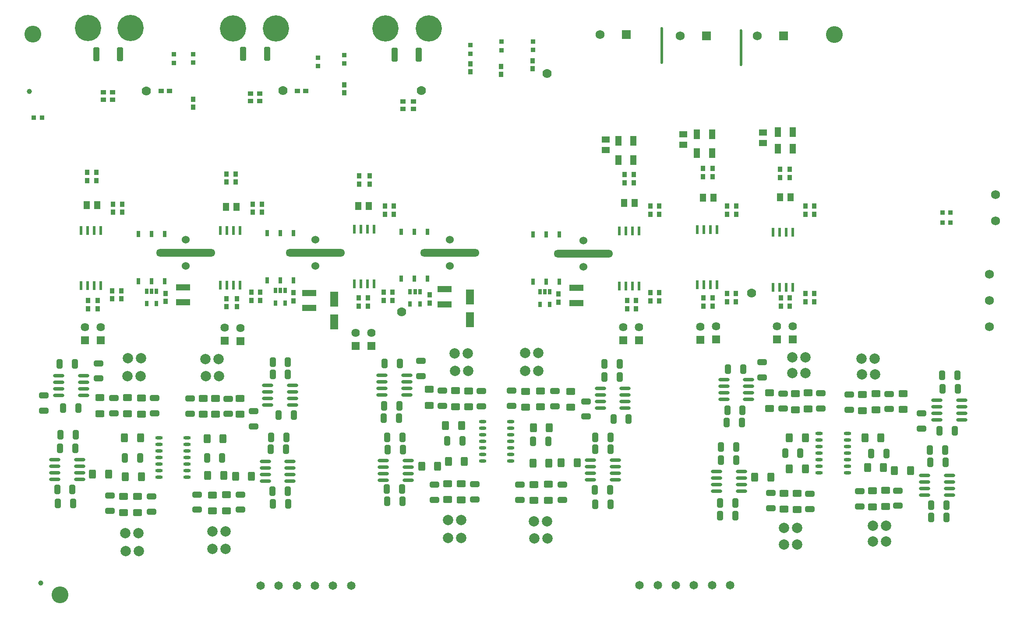
<source format=gbr>
%TF.GenerationSoftware,KiCad,Pcbnew,(5.99.0-10177-gd878cbddbc)*%
%TF.CreationDate,2021-05-14T22:26:15+02:00*%
%TF.ProjectId,PowerMeterDeng,506f7765-724d-4657-9465-7244656e672e,rev?*%
%TF.SameCoordinates,Original*%
%TF.FileFunction,Soldermask,Top*%
%TF.FilePolarity,Negative*%
%FSLAX46Y46*%
G04 Gerber Fmt 4.6, Leading zero omitted, Abs format (unit mm)*
G04 Created by KiCad (PCBNEW (5.99.0-10177-gd878cbddbc)) date 2021-05-14 22:26:15*
%MOMM*%
%LPD*%
G01*
G04 APERTURE LIST*
G04 Aperture macros list*
%AMRoundRect*
0 Rectangle with rounded corners*
0 $1 Rounding radius*
0 $2 $3 $4 $5 $6 $7 $8 $9 X,Y pos of 4 corners*
0 Add a 4 corners polygon primitive as box body*
4,1,4,$2,$3,$4,$5,$6,$7,$8,$9,$2,$3,0*
0 Add four circle primitives for the rounded corners*
1,1,$1+$1,$2,$3*
1,1,$1+$1,$4,$5*
1,1,$1+$1,$6,$7*
1,1,$1+$1,$8,$9*
0 Add four rect primitives between the rounded corners*
20,1,$1+$1,$2,$3,$4,$5,0*
20,1,$1+$1,$4,$5,$6,$7,0*
20,1,$1+$1,$6,$7,$8,$9,0*
20,1,$1+$1,$8,$9,$2,$3,0*%
G04 Aperture macros list end*
%ADD10R,0.939800X0.990600*%
%ADD11R,1.625600X1.625600*%
%ADD12C,1.625600*%
%ADD13O,2.200001X0.599999*%
%ADD14RoundRect,0.249900X-0.362600X-1.075100X0.362600X-1.075100X0.362600X1.075100X-0.362600X1.075100X0*%
%ADD15C,1.651000*%
%ADD16RoundRect,0.250000X0.400000X0.625000X-0.400000X0.625000X-0.400000X-0.625000X0.400000X-0.625000X0*%
%ADD17RoundRect,0.250000X-0.650000X0.325000X-0.650000X-0.325000X0.650000X-0.325000X0.650000X0.325000X0*%
%ADD18RoundRect,0.249550X-0.650450X0.325450X-0.650450X-0.325450X0.650450X-0.325450X0.650450X0.325450X0*%
%ADD19RoundRect,0.250000X-0.400000X-0.625000X0.400000X-0.625000X0.400000X0.625000X-0.400000X0.625000X0*%
%ADD20RoundRect,0.250000X0.650000X-0.325000X0.650000X0.325000X-0.650000X0.325000X-0.650000X-0.325000X0*%
%ADD21RoundRect,0.249550X0.650450X-0.325450X0.650450X0.325450X-0.650450X0.325450X-0.650450X-0.325450X0*%
%ADD22RoundRect,0.250000X0.625000X-0.400000X0.625000X0.400000X-0.625000X0.400000X-0.625000X-0.400000X0*%
%ADD23RoundRect,0.250000X0.325000X0.650000X-0.325000X0.650000X-0.325000X-0.650000X0.325000X-0.650000X0*%
%ADD24RoundRect,0.249550X0.325450X0.650450X-0.325450X0.650450X-0.325450X-0.650450X0.325450X-0.650450X0*%
%ADD25R,0.990600X0.939800*%
%ADD26R,2.692400X1.295400*%
%ADD27R,0.812800X0.812800*%
%ADD28C,5.080000*%
%ADD29C,1.778000*%
%ADD30RoundRect,0.250000X-0.325000X-0.650000X0.325000X-0.650000X0.325000X0.650000X-0.325000X0.650000X0*%
%ADD31RoundRect,0.249550X-0.325450X-0.650450X0.325450X-0.650450X0.325450X0.650450X-0.325450X0.650450X0*%
%ADD32RoundRect,0.249600X-0.625400X0.400400X-0.625400X-0.400400X0.625400X-0.400400X0.625400X0.400400X0*%
%ADD33RoundRect,0.250000X-0.625000X0.400000X-0.625000X-0.400000X0.625000X-0.400000X0.625000X0.400000X0*%
%ADD34R,0.863600X0.965200*%
%ADD35O,0.508000X7.162800*%
%ADD36C,2.000000*%
%ADD37R,1.295400X1.828800*%
%ADD38O,11.430000X1.498600*%
%ADD39C,3.251200*%
%ADD40R,1.727200X1.727200*%
%ADD41C,1.727200*%
%ADD42R,0.635000X1.270000*%
%ADD43RoundRect,0.249600X0.625400X-0.400400X0.625400X0.400400X-0.625400X0.400400X-0.625400X-0.400400X0*%
%ADD44R,0.635000X1.092200*%
%ADD45R,0.600000X1.800000*%
%ADD46C,0.990600*%
%ADD47R,1.270000X1.600200*%
%ADD48C,1.524000*%
%ADD49R,1.600200X1.270000*%
%ADD50C,1.752600*%
%ADD51O,1.450000X0.599999*%
%ADD52R,1.574800X2.997200*%
G04 APERTURE END LIST*
D10*
%TO.C,R4*%
X93786800Y-49199800D03*
X93786800Y-50774600D03*
%TD*%
D11*
%TO.C,J26*%
X228432200Y-81534000D03*
D12*
X228432200Y-78994000D03*
%TD*%
D10*
%TO.C,C43*%
X217459400Y-55727600D03*
X217459400Y-57302400D03*
%TD*%
D13*
%TO.C,U31*%
X148997199Y-88458400D03*
X148997199Y-89728400D03*
X148997199Y-90998400D03*
X148997199Y-92268400D03*
X153797199Y-92268400D03*
X153797199Y-90998400D03*
X153797199Y-89728400D03*
X153797199Y-88458400D03*
%TD*%
D14*
%TO.C,R22*%
X151459100Y-26416000D03*
X156084100Y-26416000D03*
%TD*%
D15*
%TO.C,J8*%
X125538695Y-129226300D03*
X129038698Y-129226300D03*
X132538699Y-129226300D03*
X136038700Y-129226300D03*
X139538700Y-129226300D03*
X143038701Y-129226300D03*
%TD*%
D16*
%TO.C,R109*%
X181357200Y-98651200D03*
X178257200Y-98651200D03*
%TD*%
D13*
%TO.C,U29*%
X131228800Y-108991400D03*
X131228800Y-107721400D03*
X131228800Y-106451400D03*
X131228800Y-105181400D03*
X126428800Y-105181400D03*
X126428800Y-106451400D03*
X126428800Y-107721400D03*
X126428800Y-108991400D03*
%TD*%
D11*
%TO.C,J27*%
X225384200Y-81508600D03*
D12*
X225384200Y-78968600D03*
%TD*%
D17*
%TO.C,C196*%
X188422999Y-93518600D03*
D18*
X188422999Y-96468600D03*
%TD*%
D17*
%TO.C,C24*%
X96367600Y-111783000D03*
D18*
X96367600Y-114733000D03*
%TD*%
D19*
%TO.C,R30*%
X99237200Y-100584000D03*
X102337200Y-100584000D03*
%TD*%
D20*
%TO.C,C210*%
X222478600Y-88876400D03*
D21*
X222478600Y-85926400D03*
%TD*%
D19*
%TO.C,R113*%
X178155600Y-105458400D03*
X181255600Y-105458400D03*
%TD*%
D22*
%TO.C,R50*%
X116179600Y-114732400D03*
X116179600Y-111632400D03*
%TD*%
D23*
%TO.C,C222*%
X257913400Y-105333800D03*
D24*
X254963400Y-105333800D03*
%TD*%
D25*
%TO.C,FB6*%
X155051600Y-35458400D03*
X155051600Y-36931600D03*
%TD*%
D24*
%TO.C,C186*%
X118111800Y-104495600D03*
D23*
X115161800Y-104495600D03*
%TD*%
%TO.C,C223*%
X257862600Y-102920800D03*
D24*
X254912600Y-102920800D03*
%TD*%
D17*
%TO.C,C22*%
X105003600Y-92911400D03*
X105003600Y-95861400D03*
%TD*%
D10*
%TO.C,C31*%
X98739800Y-55346600D03*
X98739800Y-56921400D03*
%TD*%
D19*
%TO.C,R112*%
X183609399Y-105433000D03*
X186709399Y-105433000D03*
%TD*%
%TO.C,R42*%
X115188400Y-100736400D03*
X118288400Y-100736400D03*
%TD*%
D23*
%TO.C,C215*%
X260252000Y-88504200D03*
D24*
X257302000Y-88504200D03*
%TD*%
D26*
%TO.C,C25*%
X161096800Y-74726800D03*
X161096800Y-71831200D03*
%TD*%
D27*
%TO.C,D2*%
X108772800Y-27990800D03*
X108772800Y-26365200D03*
%TD*%
D16*
%TO.C,R46*%
X123774800Y-108000800D03*
X120674800Y-108000800D03*
%TD*%
D28*
%TO.C,TP7*%
X149666800Y-21336000D03*
%TD*%
D27*
%TO.C,D6*%
X166049800Y-26212800D03*
X166049800Y-24587200D03*
%TD*%
D29*
%TO.C,TP16*%
X180898800Y-30022800D03*
%TD*%
D16*
%TO.C,R48*%
X118390000Y-107899200D03*
X115290000Y-107899200D03*
%TD*%
D30*
%TO.C,C213*%
X215745800Y-95224600D03*
D31*
X218695800Y-95224600D03*
%TD*%
D32*
%TO.C,R110*%
X179629400Y-91487800D03*
D33*
X179629400Y-94587800D03*
%TD*%
D30*
%TO.C,C204*%
X190194000Y-113434000D03*
D31*
X193144000Y-113434000D03*
%TD*%
D10*
%TO.C,C56*%
X151038400Y-72415400D03*
X151038400Y-73990200D03*
%TD*%
D34*
%TO.C,C52*%
X258914900Y-58928000D03*
X257314700Y-58928000D03*
%TD*%
D10*
%TO.C,C62*%
X217383200Y-72669400D03*
X217383200Y-74244200D03*
%TD*%
D28*
%TO.C,TP8*%
X158048800Y-21336000D03*
%TD*%
D23*
%TO.C,C202*%
X193144000Y-100454600D03*
D24*
X190194000Y-100454600D03*
%TD*%
D35*
%TO.C,*%
X218399200Y-25069800D03*
%TD*%
D36*
%TO.C,TP29*%
X230886000Y-88061800D03*
X228346000Y-88061800D03*
%TD*%
D11*
%TO.C,J20*%
X146923600Y-82778600D03*
D12*
X146923600Y-80238600D03*
%TD*%
D29*
%TO.C,TP17*%
X220472000Y-72542400D03*
%TD*%
D10*
%TO.C,C38*%
X151292400Y-55727600D03*
X151292400Y-57302400D03*
%TD*%
D37*
%TO.C,R72*%
X209890200Y-41808400D03*
X212785800Y-41808400D03*
%TD*%
D26*
%TO.C,C14*%
X134934800Y-75438000D03*
X134934800Y-72542400D03*
%TD*%
D11*
%TO.C,J21*%
X143875600Y-82778600D03*
D12*
X143875600Y-80238600D03*
%TD*%
D36*
%TO.C,TP21*%
X165684800Y-87602200D03*
X163144800Y-87602200D03*
%TD*%
D10*
%TO.C,C5*%
X107121800Y-74193400D03*
X107121800Y-72618600D03*
%TD*%
%TO.C,R26*%
X146593400Y-49860200D03*
X146593400Y-51435000D03*
%TD*%
%TO.C,R57*%
X178140200Y-27584400D03*
X178140200Y-29159200D03*
%TD*%
D36*
%TO.C,TP15*%
X99364800Y-119049200D03*
X101904800Y-119049200D03*
%TD*%
D22*
%TO.C,R111*%
X176759200Y-94664000D03*
X176759200Y-91564000D03*
%TD*%
D10*
%TO.C,C8*%
X149539800Y-57302400D03*
X149539800Y-55727600D03*
%TD*%
D38*
%TO.C,*%
X111058800Y-64770000D03*
%TD*%
D37*
%TO.C,R84*%
X225511200Y-44627800D03*
X228406800Y-44627800D03*
%TD*%
D33*
%TO.C,R131*%
X241858800Y-92201400D03*
X241858800Y-95301400D03*
%TD*%
D39*
%TO.C,MH2*%
X86741000Y-130987800D03*
%TD*%
D36*
%TO.C,TP33*%
X229260400Y-117982700D03*
X226720400Y-117982700D03*
%TD*%
D23*
%TO.C,C207*%
X164569000Y-101165800D03*
D24*
X161619000Y-101165800D03*
%TD*%
D19*
%TO.C,R129*%
X242340800Y-100558600D03*
X245440800Y-100558600D03*
%TD*%
D10*
%TO.C,C3*%
X124012800Y-56921400D03*
X124012800Y-55346600D03*
%TD*%
D33*
%TO.C,R36*%
X99060000Y-111937200D03*
D32*
X99060000Y-115037200D03*
%TD*%
D22*
%TO.C,R38*%
X121564400Y-96038000D03*
X121564400Y-92938000D03*
%TD*%
D39*
%TO.C,MH3*%
X236433200Y-22529800D03*
%TD*%
D40*
%TO.C,J15*%
X211693600Y-22758400D03*
D41*
X206613600Y-22758400D03*
%TD*%
D34*
%TO.C,C53*%
X258914900Y-56946800D03*
X257314700Y-56946800D03*
%TD*%
D16*
%TO.C,R132*%
X224155600Y-108204000D03*
X221055600Y-108204000D03*
%TD*%
D30*
%TO.C,C212*%
X215644200Y-97586800D03*
D31*
X218594200Y-97586800D03*
%TD*%
D36*
%TO.C,TP22*%
X161740599Y-116456000D03*
X164280599Y-116456000D03*
%TD*%
D10*
%TO.C,C64*%
X215706800Y-74244200D03*
X215706800Y-72669400D03*
%TD*%
D30*
%TO.C,C216*%
X256794000Y-99197600D03*
D31*
X259744000Y-99197600D03*
%TD*%
D23*
%TO.C,C227*%
X229870000Y-103581200D03*
D24*
X226920000Y-103581200D03*
%TD*%
D36*
%TO.C,TP23*%
X164324198Y-119986600D03*
X161784198Y-119986600D03*
%TD*%
D42*
%TO.C,T2*%
X126806800Y-70104000D03*
X129346800Y-70104000D03*
X131886800Y-70104000D03*
X131886800Y-60985400D03*
X129346800Y-60985400D03*
X126806800Y-60985400D03*
%TD*%
D11*
%TO.C,J11*%
X91602400Y-81737200D03*
D12*
X91602400Y-79197200D03*
%TD*%
D14*
%TO.C,R9*%
X122147500Y-26212800D03*
X126772500Y-26212800D03*
%TD*%
D43*
%TO.C,R122*%
X161664399Y-112545000D03*
D22*
X161664399Y-109445000D03*
%TD*%
D17*
%TO.C,C164*%
X248742200Y-110793000D03*
D18*
X248742200Y-113743000D03*
%TD*%
D17*
%TO.C,C48*%
X159175199Y-109672400D03*
D18*
X159175199Y-112622400D03*
%TD*%
D26*
%TO.C,C50*%
X186547600Y-74472800D03*
X186547600Y-71577200D03*
%TD*%
D20*
%TO.C,C35*%
X119227600Y-95963000D03*
D21*
X119227600Y-93013000D03*
%TD*%
D17*
%TO.C,C29*%
X104444800Y-111910600D03*
X104444800Y-114860600D03*
%TD*%
D10*
%TO.C,C19*%
X230819800Y-57302400D03*
X230819800Y-55727600D03*
%TD*%
D23*
%TO.C,C191*%
X152440399Y-86223200D03*
D24*
X149490399Y-86223200D03*
%TD*%
D39*
%TO.C,MH1*%
X81493200Y-22402800D03*
%TD*%
D42*
%TO.C,T1*%
X101914800Y-70231000D03*
X104454800Y-70231000D03*
X106994800Y-70231000D03*
X106994800Y-61112400D03*
X104454800Y-61112400D03*
X101914800Y-61112400D03*
%TD*%
D25*
%TO.C,FB5*%
X153019600Y-35458400D03*
X153019600Y-36931600D03*
%TD*%
D13*
%TO.C,U36*%
X215074800Y-89357200D03*
X215074800Y-90627200D03*
X215074800Y-91897200D03*
X215074800Y-93167200D03*
X219874800Y-93167200D03*
X219874800Y-91897200D03*
X219874800Y-90627200D03*
X219874800Y-89357200D03*
%TD*%
D17*
%TO.C,C41*%
X175685199Y-109672400D03*
X175685199Y-112622400D03*
%TD*%
D20*
%TO.C,C158*%
X226517200Y-94947000D03*
D21*
X226517200Y-91997000D03*
%TD*%
D36*
%TO.C,TP35*%
X243916200Y-120624900D03*
X246456200Y-120624900D03*
%TD*%
D44*
%TO.C,U4*%
X130286600Y-72085200D03*
X129346800Y-72085200D03*
X128407000Y-72085200D03*
X128407000Y-74472800D03*
X130286600Y-74472800D03*
%TD*%
D33*
%TO.C,R115*%
X178402999Y-109622800D03*
X178402999Y-112722800D03*
%TD*%
D44*
%TO.C,U10*%
X181391400Y-72339200D03*
X180451600Y-72339200D03*
X179511800Y-72339200D03*
X179511800Y-74726800D03*
X181391400Y-74726800D03*
%TD*%
D45*
%TO.C,U12*%
X213791800Y-60309700D03*
X212521800Y-60309700D03*
X211251800Y-60309700D03*
X209981800Y-60309700D03*
X209981800Y-70969700D03*
X211251800Y-70969700D03*
X212521800Y-70969700D03*
X213791800Y-70969700D03*
%TD*%
D23*
%TO.C,C183*%
X130508800Y-100482400D03*
D24*
X127558800Y-100482400D03*
%TD*%
D23*
%TO.C,C219*%
X217476600Y-102387400D03*
D24*
X214526600Y-102387400D03*
%TD*%
D46*
%TO.C,FID1*%
X80832800Y-33528000D03*
%TD*%
D10*
%TO.C,R12*%
X118932800Y-73634600D03*
X118932800Y-75209400D03*
%TD*%
D46*
%TO.C,FID2*%
X83007200Y-128727200D03*
%TD*%
D15*
%TO.C,J29*%
X198801195Y-129082800D03*
X202301198Y-129082800D03*
X205801199Y-129082800D03*
X209301200Y-129082800D03*
X212801200Y-129082800D03*
X216301201Y-129082800D03*
%TD*%
D23*
%TO.C,C194*%
X194940199Y-86281400D03*
D24*
X191990199Y-86281400D03*
%TD*%
D28*
%TO.C,TP5*%
X128534000Y-21336000D03*
%TD*%
D10*
%TO.C,R3*%
X92135800Y-74015600D03*
X92135800Y-75590400D03*
%TD*%
D44*
%TO.C,U2*%
X105394600Y-72212200D03*
X104454800Y-72212200D03*
X103515000Y-72212200D03*
X103515000Y-74599800D03*
X105394600Y-74599800D03*
%TD*%
D13*
%TO.C,U33*%
X195992199Y-94790400D03*
X195992199Y-93520400D03*
X195992199Y-92250400D03*
X195992199Y-90980400D03*
X191192199Y-90980400D03*
X191192199Y-92250400D03*
X191192199Y-93520400D03*
X191192199Y-94790400D03*
%TD*%
D11*
%TO.C,J18*%
X121599800Y-81838800D03*
D12*
X121599800Y-79298800D03*
%TD*%
D36*
%TO.C,TP53*%
X118719600Y-118668800D03*
X116179600Y-118668800D03*
%TD*%
D20*
%TO.C,C37*%
X113284000Y-114505000D03*
X113284000Y-111555000D03*
%TD*%
D38*
%TO.C,*%
X136077800Y-64770000D03*
%TD*%
D10*
%TO.C,C70*%
X230845200Y-74218800D03*
X230845200Y-72644000D03*
%TD*%
D13*
%TO.C,U28*%
X131686000Y-94208600D03*
X131686000Y-92938600D03*
X131686000Y-91668600D03*
X131686000Y-90398600D03*
X126886000Y-90398600D03*
X126886000Y-91668600D03*
X126886000Y-92938600D03*
X126886000Y-94208600D03*
%TD*%
D30*
%TO.C,C197*%
X193735598Y-96898600D03*
D31*
X196685598Y-96898600D03*
%TD*%
D11*
%TO.C,J22*%
X198688800Y-81661000D03*
D12*
X198688800Y-79121000D03*
%TD*%
D47*
%TO.C,C2*%
X93913800Y-55575200D03*
X91881800Y-55575200D03*
%TD*%
D36*
%TO.C,TP31*%
X241706400Y-85293200D03*
X244246400Y-85293200D03*
%TD*%
D11*
%TO.C,J23*%
X195615400Y-81686400D03*
D12*
X195615400Y-79146400D03*
%TD*%
D10*
%TO.C,R86*%
X225917600Y-48615600D03*
X225917600Y-50190400D03*
%TD*%
D27*
%TO.C,D11*%
X178191000Y-25501600D03*
X178191000Y-23876000D03*
%TD*%
D22*
%TO.C,R118*%
X163195600Y-94537000D03*
D43*
X163195600Y-91437000D03*
%TD*%
D47*
%TO.C,C61*%
X213039800Y-54076600D03*
X211007800Y-54076600D03*
%TD*%
D13*
%TO.C,U37*%
X261075400Y-97089400D03*
X261075400Y-95819400D03*
X261075400Y-94549400D03*
X261075400Y-93279400D03*
X256275400Y-93279400D03*
X256275400Y-94549400D03*
X256275400Y-95819400D03*
X256275400Y-97089400D03*
%TD*%
D11*
%TO.C,J25*%
X210550600Y-81584800D03*
D12*
X210550600Y-79044800D03*
%TD*%
D10*
%TO.C,C54*%
X125460600Y-72415400D03*
X125460600Y-73990200D03*
%TD*%
D19*
%TO.C,R125*%
X227761200Y-100558600D03*
X230861200Y-100558600D03*
%TD*%
D47*
%TO.C,C9*%
X120863200Y-55880000D03*
X118831200Y-55880000D03*
%TD*%
D10*
%TO.C,R7*%
X112455800Y-35026600D03*
X112455800Y-36601400D03*
%TD*%
D26*
%TO.C,C6*%
X110550800Y-74345800D03*
X110550800Y-71450200D03*
%TD*%
D30*
%TO.C,C225*%
X255141200Y-113614200D03*
D31*
X258091200Y-113614200D03*
%TD*%
D24*
%TO.C,C206*%
X181180600Y-101267400D03*
D23*
X178230600Y-101267400D03*
%TD*%
D32*
%TO.C,R126*%
X228879400Y-92049000D03*
D33*
X228879400Y-95149000D03*
%TD*%
D30*
%TO.C,C200*%
X149972999Y-112842400D03*
D31*
X152922999Y-112842400D03*
%TD*%
D22*
%TO.C,R139*%
X243840000Y-113919600D03*
X243840000Y-110819600D03*
%TD*%
D36*
%TO.C,TP52*%
X118795800Y-122097800D03*
X116255800Y-122097800D03*
%TD*%
D30*
%TO.C,C172*%
X87374200Y-94843600D03*
D31*
X90324200Y-94843600D03*
%TD*%
D45*
%TO.C,U3*%
X121539000Y-60411300D03*
X120269000Y-60411300D03*
X118999000Y-60411300D03*
X117729000Y-60411300D03*
X117729000Y-71071300D03*
X118999000Y-71071300D03*
X120269000Y-71071300D03*
X121539000Y-71071300D03*
%TD*%
D29*
%TO.C,TP6*%
X129829400Y-33324800D03*
%TD*%
D48*
%TO.C,C51*%
X187944600Y-67437000D03*
X187944600Y-62357000D03*
%TD*%
D10*
%TO.C,C11*%
X200847800Y-57302400D03*
X200847800Y-55727600D03*
%TD*%
%TO.C,R5*%
X94040800Y-74015600D03*
X94040800Y-75590400D03*
%TD*%
D13*
%TO.C,U38*%
X213703200Y-107111800D03*
X213703200Y-108381800D03*
X213703200Y-109651800D03*
X213703200Y-110921800D03*
X218503200Y-110921800D03*
X218503200Y-109651800D03*
X218503200Y-108381800D03*
X218503200Y-107111800D03*
%TD*%
D22*
%TO.C,R116*%
X158115600Y-94283000D03*
X158115600Y-91183000D03*
%TD*%
D10*
%TO.C,C45*%
X98587400Y-72110600D03*
X98587400Y-73685400D03*
%TD*%
D30*
%TO.C,C220*%
X214323400Y-115671600D03*
D31*
X217273400Y-115671600D03*
%TD*%
D17*
%TO.C,C156*%
X183863999Y-109621600D03*
D18*
X183863999Y-112571600D03*
%TD*%
D13*
%TO.C,U26*%
X86500000Y-88569800D03*
X86500000Y-89839800D03*
X86500000Y-91109800D03*
X86500000Y-92379800D03*
X91300000Y-92379800D03*
X91300000Y-91109800D03*
X91300000Y-89839800D03*
X91300000Y-88569800D03*
%TD*%
D20*
%TO.C,C170*%
X94234000Y-89105000D03*
D21*
X94234000Y-86155000D03*
%TD*%
D33*
%TO.C,R114*%
X181146199Y-109546600D03*
D32*
X181146199Y-112646600D03*
%TD*%
D35*
%TO.C,*%
X203108400Y-24638000D03*
%TD*%
D10*
%TO.C,R77*%
X212912800Y-48463200D03*
X212912800Y-50038000D03*
%TD*%
%TO.C,R55*%
X172018800Y-28676600D03*
X172018800Y-30251400D03*
%TD*%
D20*
%TO.C,C40*%
X160706400Y-94411200D03*
D21*
X160706400Y-91461200D03*
%TD*%
D10*
%TO.C,C13*%
X131886800Y-74066400D03*
X131886800Y-72491600D03*
%TD*%
D23*
%TO.C,C214*%
X260328200Y-91120400D03*
D24*
X257378200Y-91120400D03*
%TD*%
D30*
%TO.C,C224*%
X255166600Y-116001800D03*
D31*
X258116600Y-116001800D03*
%TD*%
D49*
%TO.C,R59*%
X192211800Y-42849800D03*
X192211800Y-44881800D03*
%TD*%
D27*
%TO.C,D1*%
X81671000Y-38608000D03*
X83296600Y-38608000D03*
%TD*%
D13*
%TO.C,U32*%
X149225799Y-104993800D03*
X149225799Y-106263800D03*
X149225799Y-107533800D03*
X149225799Y-108803800D03*
X154025799Y-108803800D03*
X154025799Y-107533800D03*
X154025799Y-106263800D03*
X154025799Y-104993800D03*
%TD*%
D10*
%TO.C,C1*%
X96961800Y-56921400D03*
X96961800Y-55346600D03*
%TD*%
%TO.C,R65*%
X197672800Y-49606200D03*
X197672800Y-51181000D03*
%TD*%
D13*
%TO.C,U39*%
X258699000Y-111633000D03*
X258699000Y-110363000D03*
X258699000Y-109093000D03*
X258699000Y-107823000D03*
X253899000Y-107823000D03*
X253899000Y-109093000D03*
X253899000Y-110363000D03*
X253899000Y-111633000D03*
%TD*%
D48*
%TO.C,C7*%
X111058800Y-67310000D03*
X111058800Y-62230000D03*
%TD*%
D23*
%TO.C,C211*%
X218822800Y-87249000D03*
D24*
X215872800Y-87249000D03*
%TD*%
D25*
%TO.C,FB4*%
X125333600Y-33934400D03*
X125333600Y-35407600D03*
%TD*%
D23*
%TO.C,C171*%
X89613000Y-86309200D03*
D24*
X86663000Y-86309200D03*
%TD*%
D25*
%TO.C,FB2*%
X96885600Y-33680400D03*
X96885600Y-35153600D03*
%TD*%
D10*
%TO.C,R23*%
X144459800Y-73507600D03*
X144459800Y-75082400D03*
%TD*%
D36*
%TO.C,TP26*%
X178402999Y-116710000D03*
X180942999Y-116710000D03*
%TD*%
D20*
%TO.C,C155*%
X168224800Y-94462000D03*
X168224800Y-91512000D03*
%TD*%
D27*
%TO.C,D4*%
X136585800Y-28625800D03*
X136585800Y-27000200D03*
%TD*%
D10*
%TO.C,R15*%
X120964800Y-73634600D03*
X120964800Y-75209400D03*
%TD*%
D30*
%TO.C,C184*%
X127912600Y-113385600D03*
D31*
X130862600Y-113385600D03*
%TD*%
D11*
%TO.C,J10*%
X94650400Y-81686400D03*
D12*
X94650400Y-79146400D03*
%TD*%
D30*
%TO.C,C180*%
X86205800Y-110591600D03*
D31*
X89155800Y-110591600D03*
%TD*%
D33*
%TO.C,R123*%
X164280599Y-109495800D03*
X164280599Y-112595800D03*
%TD*%
D10*
%TO.C,R74*%
X211007800Y-48463200D03*
X211007800Y-50038000D03*
%TD*%
D11*
%TO.C,J19*%
X118577200Y-81813400D03*
D12*
X118577200Y-79273400D03*
%TD*%
D23*
%TO.C,C199*%
X152948399Y-100498000D03*
D24*
X149998399Y-100498000D03*
%TD*%
D47*
%TO.C,C55*%
X197799800Y-55092600D03*
X195767800Y-55092600D03*
%TD*%
D30*
%TO.C,C205*%
X190143200Y-110665400D03*
D31*
X193093200Y-110665400D03*
%TD*%
D36*
%TO.C,TP11*%
X102412800Y-85191600D03*
X99872800Y-85191600D03*
%TD*%
D37*
%TO.C,R85*%
X225511200Y-41402000D03*
X228406800Y-41402000D03*
%TD*%
D17*
%TO.C,C177*%
X124206000Y-95400600D03*
D18*
X124206000Y-98350600D03*
%TD*%
D49*
%TO.C,R83*%
X222615600Y-41478200D03*
X222615600Y-43510200D03*
%TD*%
D33*
%TO.C,R134*%
X226669600Y-111301900D03*
D32*
X226669600Y-114401900D03*
%TD*%
D27*
%TO.C,D3*%
X112455800Y-26289000D03*
X112455800Y-27914600D03*
%TD*%
%TO.C,D9*%
X172095000Y-23901400D03*
X172095000Y-25527000D03*
%TD*%
D36*
%TO.C,TP28*%
X228346000Y-84963000D03*
X230886000Y-84963000D03*
%TD*%
D29*
%TO.C,TP9*%
X152816400Y-76225400D03*
%TD*%
D17*
%TO.C,C163*%
X231698800Y-111427700D03*
X231698800Y-114377700D03*
%TD*%
D10*
%TO.C,C67*%
X232521600Y-72644000D03*
X232521600Y-74218800D03*
%TD*%
D11*
%TO.C,J24*%
X213598600Y-81559400D03*
D12*
X213598600Y-79019400D03*
%TD*%
D36*
%TO.C,TP20*%
X163043200Y-84198600D03*
X165583200Y-84198600D03*
%TD*%
D10*
%TO.C,R63*%
X195894800Y-49606200D03*
X195894800Y-51181000D03*
%TD*%
D33*
%TO.C,R124*%
X223951800Y-91820400D03*
X223951800Y-94920400D03*
%TD*%
D45*
%TO.C,U11*%
X198653400Y-60563700D03*
X197383400Y-60563700D03*
X196113400Y-60563700D03*
X194843400Y-60563700D03*
X194843400Y-71223700D03*
X196113400Y-71223700D03*
X197383400Y-71223700D03*
X198653400Y-71223700D03*
%TD*%
D10*
%TO.C,R64*%
X196402800Y-73990200D03*
X196402800Y-75565000D03*
%TD*%
D19*
%TO.C,R120*%
X156659399Y-106093400D03*
X159759399Y-106093400D03*
%TD*%
D24*
%TO.C,C226*%
X246534200Y-103632000D03*
D23*
X243584200Y-103632000D03*
%TD*%
D10*
%TO.C,R75*%
X211134800Y-73482200D03*
X211134800Y-75057000D03*
%TD*%
D29*
%TO.C,TP10*%
X156575600Y-33350200D03*
%TD*%
D16*
%TO.C,R137*%
X245948800Y-106324400D03*
X242848800Y-106324400D03*
%TD*%
D36*
%TO.C,TP24*%
X176632200Y-84147800D03*
X179172200Y-84147800D03*
%TD*%
%TO.C,TP51*%
X114909600Y-88646000D03*
X117449600Y-88646000D03*
%TD*%
D25*
%TO.C,FB3*%
X123555600Y-33934400D03*
X123555600Y-35407600D03*
%TD*%
D23*
%TO.C,C174*%
X130810000Y-88265000D03*
D24*
X127860000Y-88265000D03*
%TD*%
D22*
%TO.C,R135*%
X229285800Y-114452700D03*
X229285800Y-111352700D03*
%TD*%
D30*
%TO.C,C185*%
X127811000Y-110896400D03*
D31*
X130761000Y-110896400D03*
%TD*%
D23*
%TO.C,C182*%
X130456200Y-102819200D03*
D24*
X127506200Y-102819200D03*
%TD*%
D50*
%TO.C,J30*%
X266395200Y-68884800D03*
X266395200Y-73964800D03*
X266395200Y-79044800D03*
%TD*%
D28*
%TO.C,TP4*%
X120202800Y-21336000D03*
%TD*%
D33*
%TO.C,R32*%
X102463600Y-92887200D03*
X102463600Y-95987200D03*
%TD*%
D16*
%TO.C,R117*%
X164390000Y-98168600D03*
X161290000Y-98168600D03*
%TD*%
D37*
%TO.C,R61*%
X194701000Y-46786800D03*
X197596600Y-46786800D03*
%TD*%
D10*
%TO.C,C12*%
X123733400Y-73990200D03*
X123733400Y-72415400D03*
%TD*%
D20*
%TO.C,C21*%
X97129600Y-95810600D03*
D21*
X97129600Y-92860600D03*
%TD*%
D36*
%TO.C,TP30*%
X244297200Y-88341200D03*
X241757200Y-88341200D03*
%TD*%
D22*
%TO.C,R43*%
X116840000Y-96038000D03*
D43*
X116840000Y-92938000D03*
%TD*%
D13*
%TO.C,U34*%
X194069000Y-108735000D03*
X194069000Y-107465000D03*
X194069000Y-106195000D03*
X194069000Y-104925000D03*
X189269000Y-104925000D03*
X189269000Y-106195000D03*
X189269000Y-107465000D03*
X189269000Y-108735000D03*
%TD*%
D51*
%TO.C,U25*%
X105885399Y-100584000D03*
X105885399Y-101854000D03*
X105885399Y-103124000D03*
X105885399Y-104394000D03*
X105885399Y-105664000D03*
X105885399Y-106934000D03*
X105885399Y-108204000D03*
X111335398Y-108204000D03*
X111335398Y-106934000D03*
X111335398Y-105664000D03*
X111335398Y-104394000D03*
X111335398Y-103124000D03*
X111335398Y-101854000D03*
X111335398Y-100584000D03*
%TD*%
D10*
%TO.C,R66*%
X198053800Y-73990200D03*
X198053800Y-75565000D03*
%TD*%
D16*
%TO.C,R35*%
X102489600Y-108102400D03*
X99389600Y-108102400D03*
%TD*%
D30*
%TO.C,C201*%
X149896799Y-110454800D03*
D31*
X152846799Y-110454800D03*
%TD*%
D30*
%TO.C,C192*%
X149337999Y-96789600D03*
D31*
X152287999Y-96789600D03*
%TD*%
D17*
%TO.C,C173*%
X83616800Y-92403400D03*
D18*
X83616800Y-95353400D03*
%TD*%
D52*
%TO.C,C28*%
X166024400Y-73329800D03*
X166024400Y-77698600D03*
%TD*%
D10*
%TO.C,R25*%
X146237800Y-73507600D03*
X146237800Y-75082400D03*
%TD*%
D28*
%TO.C,TP1*%
X92135800Y-21209000D03*
%TD*%
D37*
%TO.C,R60*%
X194701000Y-43103800D03*
X197596600Y-43103800D03*
%TD*%
D38*
%TO.C,*%
X187944600Y-64897000D03*
%TD*%
D29*
%TO.C,TP3*%
X103438800Y-33401000D03*
%TD*%
D13*
%TO.C,U27*%
X85738000Y-104825800D03*
X85738000Y-106095800D03*
X85738000Y-107365800D03*
X85738000Y-108635800D03*
X90538000Y-108635800D03*
X90538000Y-107365800D03*
X90538000Y-106095800D03*
X90538000Y-104825800D03*
%TD*%
D10*
%TO.C,C49*%
X183118600Y-74320400D03*
X183118600Y-72745600D03*
%TD*%
%TO.C,R24*%
X144561400Y-49860200D03*
X144561400Y-51435000D03*
%TD*%
D47*
%TO.C,C18*%
X146466400Y-55727600D03*
X144434400Y-55727600D03*
%TD*%
D43*
%TO.C,R49*%
X118922800Y-114681600D03*
D22*
X118922800Y-111581600D03*
%TD*%
%TO.C,R130*%
X244449600Y-95149000D03*
D43*
X244449600Y-92049000D03*
%TD*%
D28*
%TO.C,TP2*%
X100390800Y-21209000D03*
%TD*%
D51*
%TO.C,U30*%
X168446199Y-97406600D03*
X168446199Y-98676600D03*
X168446199Y-99946600D03*
X168446199Y-101216600D03*
X168446199Y-102486600D03*
X168446199Y-103756600D03*
X168446199Y-105026600D03*
X173896198Y-105026600D03*
X173896198Y-103756600D03*
X173896198Y-102486600D03*
X173896198Y-101216600D03*
X173896198Y-99946600D03*
X173896198Y-98676600D03*
X173896198Y-97406600D03*
%TD*%
D47*
%TO.C,C68*%
X227949600Y-53975000D03*
X225917600Y-53975000D03*
%TD*%
D25*
%TO.C,FB1*%
X95107600Y-33680400D03*
X95107600Y-35153600D03*
%TD*%
D10*
%TO.C,C42*%
X202575000Y-55727600D03*
X202575000Y-57302400D03*
%TD*%
D20*
%TO.C,C160*%
X239318800Y-95175600D03*
X239318800Y-92225600D03*
%TD*%
%TO.C,C161*%
X247065800Y-95023200D03*
D21*
X247065800Y-92073200D03*
%TD*%
D10*
%TO.C,R33*%
X166049800Y-28168600D03*
X166049800Y-29743400D03*
%TD*%
D18*
%TO.C,C36*%
X121666000Y-111555000D03*
X121666000Y-114505000D03*
%TD*%
D50*
%TO.C,J17*%
X267563600Y-58623200D03*
X267563600Y-53543200D03*
%TD*%
D16*
%TO.C,R136*%
X251180600Y-106959400D03*
X248080600Y-106959400D03*
%TD*%
D20*
%TO.C,C190*%
X156558999Y-88670800D03*
D21*
X156558999Y-85720800D03*
%TD*%
D17*
%TO.C,C217*%
X253267000Y-95837700D03*
D18*
X253267000Y-98787700D03*
%TD*%
D40*
%TO.C,J16*%
X226603400Y-22758400D03*
D41*
X221523400Y-22758400D03*
%TD*%
D45*
%TO.C,U1*%
X94615000Y-60462100D03*
X93345000Y-60462100D03*
X92075000Y-60462100D03*
X90805000Y-60462100D03*
X90805000Y-71122100D03*
X92075000Y-71122100D03*
X93345000Y-71122100D03*
X94615000Y-71122100D03*
%TD*%
D30*
%TO.C,C221*%
X214374200Y-113233200D03*
D31*
X217324200Y-113233200D03*
%TD*%
D10*
%TO.C,C17*%
X215706800Y-57302400D03*
X215706800Y-55727600D03*
%TD*%
D20*
%TO.C,C34*%
X111861600Y-95912200D03*
X111861600Y-92962200D03*
%TD*%
D17*
%TO.C,C162*%
X224180400Y-111249900D03*
D18*
X224180400Y-114199900D03*
%TD*%
D23*
%TO.C,C175*%
X130811800Y-85953600D03*
D24*
X127861800Y-85953600D03*
%TD*%
D10*
%TO.C,C23*%
X158201200Y-74498200D03*
X158201200Y-72923400D03*
%TD*%
D40*
%TO.C,J14*%
X196225000Y-22555200D03*
D41*
X191145000Y-22555200D03*
%TD*%
D33*
%TO.C,R29*%
X94437200Y-92785600D03*
X94437200Y-95885600D03*
%TD*%
D22*
%TO.C,R37*%
X101752400Y-115037200D03*
X101752400Y-111937200D03*
%TD*%
D19*
%TO.C,R121*%
X161816199Y-105128200D03*
X164916199Y-105128200D03*
%TD*%
D33*
%TO.C,R45*%
X114401600Y-92938000D03*
X114401600Y-96038000D03*
%TD*%
D16*
%TO.C,R34*%
X96139600Y-107645200D03*
X93039600Y-107645200D03*
%TD*%
D36*
%TO.C,TP32*%
X229209600Y-121208800D03*
X226669600Y-121208800D03*
%TD*%
D10*
%TO.C,R14*%
X120736200Y-49504600D03*
X120736200Y-51079400D03*
%TD*%
D38*
%TO.C,*%
X162112800Y-64770000D03*
%TD*%
D10*
%TO.C,C33*%
X125790800Y-55346600D03*
X125790800Y-56921400D03*
%TD*%
D17*
%TO.C,C39*%
X174066800Y-91461200D03*
X174066800Y-94411200D03*
%TD*%
D20*
%TO.C,C157*%
X166922199Y-112495400D03*
X166922199Y-109545400D03*
%TD*%
%TO.C,C165*%
X241350800Y-113895400D03*
X241350800Y-110945400D03*
%TD*%
D10*
%TO.C,C57*%
X200847800Y-74041000D03*
X200847800Y-72466200D03*
%TD*%
D49*
%TO.C,R71*%
X207274000Y-41833800D03*
X207274000Y-43865800D03*
%TD*%
D33*
%TO.C,R127*%
X231368600Y-91896600D03*
X231368600Y-94996600D03*
%TD*%
D36*
%TO.C,TP27*%
X180968399Y-120062800D03*
X178428399Y-120062800D03*
%TD*%
D52*
%TO.C,C16*%
X139760800Y-73761600D03*
X139760800Y-78130400D03*
%TD*%
D23*
%TO.C,C203*%
X193144000Y-102816800D03*
D24*
X190194000Y-102816800D03*
%TD*%
D14*
%TO.C,R1*%
X93750300Y-26365200D03*
X98375300Y-26365200D03*
%TD*%
D10*
%TO.C,C20*%
X149311200Y-73990200D03*
X149311200Y-72415400D03*
%TD*%
%TO.C,C44*%
X232572400Y-55727600D03*
X232572400Y-57302400D03*
%TD*%
D43*
%TO.C,R138*%
X246329200Y-113843400D03*
D22*
X246329200Y-110743400D03*
%TD*%
D25*
%TO.C,R19*%
X134249000Y-33401000D03*
X132674200Y-33401000D03*
%TD*%
D27*
%TO.C,D5*%
X141665800Y-26492200D03*
X141665800Y-28117800D03*
%TD*%
D45*
%TO.C,U5*%
X147447000Y-60157300D03*
X146177000Y-60157300D03*
X144907000Y-60157300D03*
X143637000Y-60157300D03*
X143637000Y-70817300D03*
X144907000Y-70817300D03*
X146177000Y-70817300D03*
X147447000Y-70817300D03*
%TD*%
D20*
%TO.C,C154*%
X182398000Y-94462000D03*
D21*
X182398000Y-91512000D03*
%TD*%
D51*
%TO.C,U35*%
X233513201Y-99771200D03*
X233513201Y-101041200D03*
X233513201Y-102311200D03*
X233513201Y-103581200D03*
X233513201Y-104851200D03*
X233513201Y-106121200D03*
X233513201Y-107391200D03*
X238963200Y-107391200D03*
X238963200Y-106121200D03*
X238963200Y-104851200D03*
X238963200Y-103581200D03*
X238963200Y-102311200D03*
X238963200Y-101041200D03*
X238963200Y-99771200D03*
%TD*%
D33*
%TO.C,R108*%
X185471400Y-91589400D03*
X185471400Y-94689400D03*
%TD*%
D37*
%TO.C,R73*%
X209890200Y-45491400D03*
X212785800Y-45491400D03*
%TD*%
D10*
%TO.C,R88*%
X227771800Y-73482200D03*
X227771800Y-75057000D03*
%TD*%
%TO.C,R2*%
X92008800Y-49199800D03*
X92008800Y-50774600D03*
%TD*%
%TO.C,R78*%
X212912800Y-73482200D03*
X212912800Y-75057000D03*
%TD*%
D23*
%TO.C,C179*%
X89714600Y-102616000D03*
D24*
X86764600Y-102616000D03*
%TD*%
D10*
%TO.C,C4*%
X96834800Y-73685400D03*
X96834800Y-72110600D03*
%TD*%
D30*
%TO.C,C181*%
X86307400Y-113284000D03*
D31*
X89257400Y-113284000D03*
%TD*%
D32*
%TO.C,R31*%
X99771200Y-92785600D03*
D33*
X99771200Y-95885600D03*
%TD*%
D44*
%TO.C,U6*%
X156321600Y-72288400D03*
X155381800Y-72288400D03*
X154442000Y-72288400D03*
X154442000Y-74676000D03*
X156321600Y-74676000D03*
%TD*%
D36*
%TO.C,TP12*%
X99822000Y-88646000D03*
X102362000Y-88646000D03*
%TD*%
D23*
%TO.C,C198*%
X153024599Y-102885600D03*
D24*
X150074599Y-102885600D03*
%TD*%
D10*
%TO.C,R11*%
X118958200Y-49504600D03*
X118958200Y-51079400D03*
%TD*%
%TO.C,R21*%
X141665800Y-32232600D03*
X141665800Y-33807400D03*
%TD*%
D36*
%TO.C,TP34*%
X243865400Y-117602000D03*
X246405400Y-117602000D03*
%TD*%
%TO.C,TP50*%
X114858800Y-85344000D03*
X117398800Y-85344000D03*
%TD*%
D48*
%TO.C,C15*%
X136077800Y-67310000D03*
X136077800Y-62230000D03*
%TD*%
D25*
%TO.C,R6*%
X107909200Y-33401000D03*
X106334400Y-33401000D03*
%TD*%
D45*
%TO.C,U14*%
X228422200Y-60766900D03*
X227152200Y-60766900D03*
X225882200Y-60766900D03*
X224612200Y-60766900D03*
X224612200Y-71426900D03*
X225882200Y-71426900D03*
X227152200Y-71426900D03*
X228422200Y-71426900D03*
%TD*%
D16*
%TO.C,R133*%
X230835800Y-106578400D03*
X227735800Y-106578400D03*
%TD*%
D17*
%TO.C,C159*%
X233857800Y-91946200D03*
X233857800Y-94896200D03*
%TD*%
D23*
%TO.C,C178*%
X89765400Y-100025200D03*
D24*
X86815400Y-100025200D03*
%TD*%
D10*
%TO.C,R89*%
X227822600Y-48615600D03*
X227822600Y-50190400D03*
%TD*%
D36*
%TO.C,TP13*%
X101955600Y-122504200D03*
X99415600Y-122504200D03*
%TD*%
D23*
%TO.C,C195*%
X194940199Y-88796000D03*
D24*
X191990199Y-88796000D03*
%TD*%
D10*
%TO.C,R87*%
X226120800Y-73482200D03*
X226120800Y-75057000D03*
%TD*%
D30*
%TO.C,C193*%
X149388799Y-94376600D03*
D31*
X152338799Y-94376600D03*
%TD*%
D42*
%TO.C,T3*%
X152740200Y-69799200D03*
X155280200Y-69799200D03*
X157820200Y-69799200D03*
X157820200Y-60680600D03*
X155280200Y-60680600D03*
X152740200Y-60680600D03*
%TD*%
D30*
%TO.C,C176*%
X128979400Y-96215200D03*
D31*
X131929400Y-96215200D03*
%TD*%
D22*
%TO.C,R128*%
X249758200Y-95098200D03*
X249758200Y-91998200D03*
%TD*%
D42*
%TO.C,T5*%
X178165600Y-70358000D03*
X180705600Y-70358000D03*
X183245600Y-70358000D03*
X183245600Y-61239400D03*
X180705600Y-61239400D03*
X178165600Y-61239400D03*
%TD*%
D10*
%TO.C,C60*%
X202575000Y-72466200D03*
X202575000Y-74041000D03*
%TD*%
D23*
%TO.C,C187*%
X102262200Y-104495600D03*
D24*
X99312200Y-104495600D03*
%TD*%
D36*
%TO.C,TP25*%
X176708400Y-87602200D03*
X179248400Y-87602200D03*
%TD*%
D22*
%TO.C,R119*%
X165735600Y-94587800D03*
X165735600Y-91487800D03*
%TD*%
D48*
%TO.C,C26*%
X162112800Y-67310000D03*
X162112800Y-62230000D03*
%TD*%
D23*
%TO.C,C218*%
X217476600Y-104876600D03*
D24*
X214526600Y-104876600D03*
%TD*%
M02*

</source>
